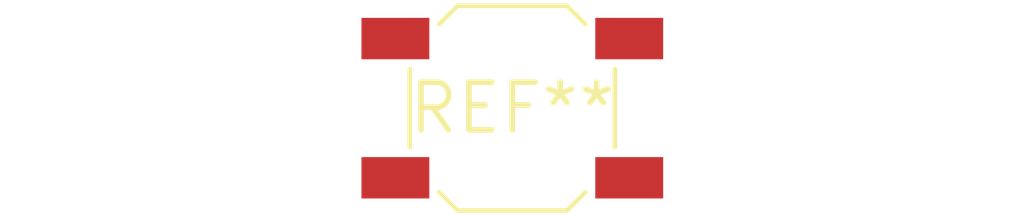
<source format=kicad_pcb>
(kicad_pcb (version 20240108) (generator pcbnew)
  (layers (0 "F.Cu" signal) (31 "B.Cu" signal) (34 "B.Paste" user) (35 "F.Paste" user) (36 "B.SilkS" user "B.Silkscreen") (37 "F.SilkS" user "F.Silkscreen") (38 "B.Mask" user) (39 "F.Mask" user) (44 "Edge.Cuts" user))
  (net 0 "")
  (footprint "SW_SPST_SKQG_WithoutStem" (layer "F.Cu") (at 0 0)
    (property "Reference" "REF**")
    (property "Value" "SW_SPST_SKQG_WithoutStem")
    (fp_line (start -2.72 1.04) (end -2.72 -1.04) (layer "F.SilkS") (stroke (width 0.12)))
    (fp_line (start -1.45 -2.72) (end -1.94 -2.23) (layer "F.SilkS") (stroke (width 0.12)))
    (fp_line (start -1.45 -2.72) (end 1.45 -2.72) (layer "F.SilkS") (stroke (width 0.12)))
    (fp_line (start -1.45 2.72) (end -1.94 2.23) (layer "F.SilkS") (stroke (width 0.12)))
    (fp_line (start -1.45 2.72) (end 1.45 2.72) (layer "F.SilkS") (stroke (width 0.12)))
    (fp_line (start 1.45 -2.72) (end 1.94 -2.23) (layer "F.SilkS") (stroke (width 0.12)))
    (fp_line (start 1.45 2.72) (end 1.94 2.23) (layer "F.SilkS") (stroke (width 0.12)))
    (fp_line (start 2.72 1.04) (end 2.72 -1.04) (layer "F.SilkS") (stroke (width 0.12)))
    (pad "1" smd rect (at -3.1 -1.85) (size 1.8 1.1) (layers "F.Cu" "F.Paste" "F.Mask"))
    (pad "1" smd rect (at 3.1 -1.85) (size 1.8 1.1) (layers "F.Cu" "F.Paste" "F.Mask"))
    (pad "2" smd rect (at -3.1 1.85) (size 1.8 1.1) (layers "F.Cu" "F.Paste" "F.Mask"))
    (pad "2" smd rect (at 3.1 1.85) (size 1.8 1.1) (layers "F.Cu" "F.Paste" "F.Mask"))
  )
)
</source>
